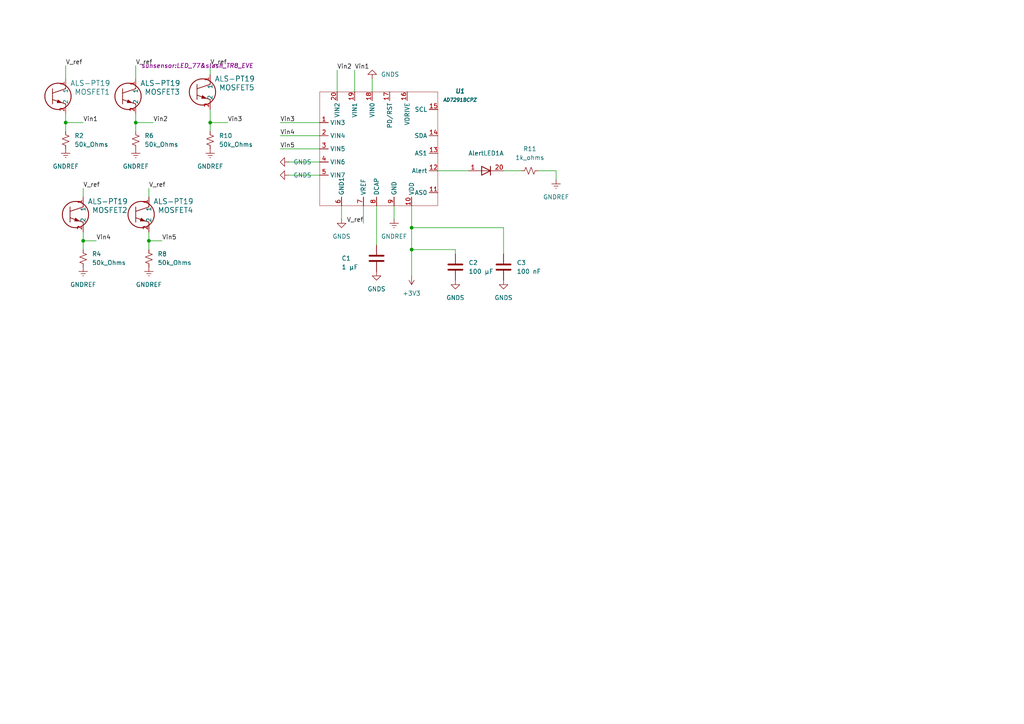
<source format=kicad_sch>
(kicad_sch (version 20211123) (generator eeschema)
  (paper "A4")
  (lib_symbols
    (symbol "4xxx:ALS-PT19-315C_L177_TR8" (pin_names (offset 0.254))
      (property "Reference" "MOSFET" (at 2.54 -2.54 0))
      (property "Value" "ALS-PT19-315C_L177_TR8" (at 2.54 -7.62 0))
      (symbol "ALS-PT19-315C_L177_TR8_0_1"
        (circle (center -2.2352 -5.08) (radius 3.81) (stroke (width 0.254)))
        (polyline (pts (xy -3.81 -7.2898) (xy -3.81 -2.8702)) (stroke (width 0.2032)))
        (polyline (pts (xy -3.81 -6.0198) (xy 0 -7.2898)) (stroke (width 0.2032)))
        (polyline (pts (xy -3.81 -4.1402) (xy 0 -2.8702)) (stroke (width 0.2032)))
        (polyline (pts (xy 0 -7.62) (xy 0 -7.2898)) (stroke (width 0.2032)))
        (polyline (pts (xy 0 -2.8702) (xy 0 -2.54)) (stroke (width 0.2032)))
        (polyline (pts (xy -2.2352 -6.0198) (xy -2.54 -6.985) (xy -0.9652 -6.985)) (stroke (width 0.0254)) (fill (type outline)))
        (pin unspecified line (at 0 0 270) (length 2.54) (name "1") (number "1"))
        (pin unspecified line (at 0 -10.16 90) (length 2.54) (name "2") (number "2"))
      )
    )
    (symbol "Analog_ADC:AD7291BCPZ"
      (property "Reference" "U" (at 3.81 -7.62 0))
      (property "Value" "AD7291BCPZ" (at 3.81 -5.08 0))
      (symbol "AD7291BCPZ_0_1"
        (rectangle (start -12.7 8.89) (end 21.59 -24.13) (stroke (width 0.1)))
      )
      (symbol "AD7291BCPZ_1_1"
        (pin input line (at -12.7 0 0) (length 2.54) (name "VIN3") (number "1"))
        (pin input line (at 13.97 -24.13 90) (length 2.54) (name "VDD") (number "10"))
        (pin input line (at 21.59 -20.32 180) (length 2.54) (name "AS0") (number "11"))
        (pin output line (at 21.59 -13.97 180) (length 2.54) (name "Alert") (number "12"))
        (pin input line (at 21.59 -8.89 180) (length 2.54) (name "AS1") (number "13"))
        (pin bidirectional line (at 21.59 -3.81 180) (length 2.54) (name "SDA") (number "14"))
        (pin input line (at 21.59 3.81 180) (length 2.54) (name "SCL") (number "15"))
        (pin input line (at 12.7 8.89 270) (length 2.54) (name "VDRIVE") (number "16"))
        (pin input line (at 7.62 8.89 270) (length 2.54) (name "PD/RST") (number "17"))
        (pin input line (at 2.54 8.89 270) (length 2.54) (name "VIN0") (number "18"))
        (pin input line (at -2.54 8.89 270) (length 2.54) (name "VIN1") (number "19"))
        (pin input line (at -12.7 -3.81 0) (length 2.54) (name "VIN4") (number "2"))
        (pin input line (at -7.62 8.89 270) (length 2.54) (name "VIN2") (number "20"))
        (pin input line (at -12.7 -7.62 0) (length 2.54) (name "VIN5") (number "3"))
        (pin input line (at -12.7 -11.43 0) (length 2.54) (name "VIN6") (number "4"))
        (pin input line (at -12.7 -15.24 0) (length 2.54) (name "VIN7") (number "5"))
        (pin input line (at -6.35 -24.13 90) (length 2.54) (name "GND1") (number "6"))
        (pin input line (at 0 -24.13 90) (length 2.54) (name "VREF") (number "7"))
        (pin input line (at 3.81 -24.13 90) (length 2.54) (name "DCAP") (number "8"))
        (pin input line (at 8.89 -24.13 90) (length 2.54) (name "GND") (number "9"))
      )
    )
    (symbol "Device:50k_Ohms" (pin_numbers hide) (pin_names (offset 0.254) hide)
      (property "Reference" "R" (at 0.762 0.508 0))
      (property "Value" "50k_Ohms" (at 1.27 -1.27 0))
      (symbol "50k_Ohms_1_1"
        (polyline (pts (xy 0 0) (xy 1.016 -0.381) (xy 0 -0.762) (xy -1.016 -1.143) (xy 0 -1.524)))
        (polyline (pts (xy 0 1.524) (xy 1.016 1.143) (xy 0 0.762) (xy -1.016 0.381) (xy 0 0)))
        (pin passive line (at 0 2.54 270) (length 1.016) (name "~") (number "1"))
        (pin passive line (at 0 -2.54 90) (length 1.016) (name "~") (number "2"))
      )
    )
    (symbol "Device:C" (pin_numbers hide) (pin_names (offset 0.254))
      (property "Reference" "C" (at 0.635 2.54 0))
      (property "Value" "C" (at 0.635 -2.54 0))
      (symbol "C_0_1"
        (polyline (pts (xy -2.032 -0.762) (xy 2.032 -0.762)) (stroke (width 0.508)))
        (polyline (pts (xy -2.032 0.762) (xy 2.032 0.762)) (stroke (width 0.508)))
      )
      (symbol "C_1_1"
        (pin passive line (at 0 3.81 270) (length 2.794) (name "~") (number "1"))
        (pin passive line (at 0 -3.81 90) (length 2.794) (name "~") (number "2"))
      )
    )
    (symbol "LED:HDSP-4836" (pin_names (offset 1.016) hide)
      (property "Reference" "BAR" (at 0 3.81 0))
      (property "Value" "HDSP-4836" (at 0 -3.81 0))
      (symbol "HDSP-4836_0_1"
        (polyline (pts (xy -2.54 0) (xy 2.54 0)))
        (polyline (pts (xy 1.27 -1.27) (xy 1.27 1.27)) (stroke (width 0.254)))
        (polyline (pts (xy -1.27 1.27) (xy -1.27 -1.27) (xy 1.27 0) (xy -1.27 1.27)) (stroke (width 0.254)))
      )
      (symbol "HDSP-4836_1_1"
        (pin passive line (at -5.08 0 0) (length 2.54) (name "A") (number "1"))
        (pin passive line (at 5.08 0 180) (length 2.54) (name "K") (number "20"))
      )
      (symbol "HDSP-4836_2_1"
        (pin passive line (at 5.08 0 180) (length 2.54) (name "K") (number "19"))
        (pin passive line (at -5.08 0 0) (length 2.54) (name "A") (number "2"))
      )
      (symbol "HDSP-4836_3_1"
        (pin passive line (at 5.08 0 180) (length 2.54) (name "K") (number "18"))
        (pin passive line (at -5.08 0 0) (length 2.54) (name "A") (number "3"))
      )
      (symbol "HDSP-4836_4_1"
        (pin passive line (at 5.08 0 180) (length 2.54) (name "K") (number "17"))
        (pin passive line (at -5.08 0 0) (length 2.54) (name "A") (number "4"))
      )
      (symbol "HDSP-4836_5_1"
        (pin passive line (at 5.08 0 180) (length 2.54) (name "K") (number "16"))
        (pin passive line (at -5.08 0 0) (length 2.54) (name "A") (number "5"))
      )
      (symbol "HDSP-4836_6_1"
        (pin passive line (at 5.08 0 180) (length 2.54) (name "K") (number "15"))
        (pin passive line (at -5.08 0 0) (length 2.54) (name "A") (number "6"))
      )
      (symbol "HDSP-4836_7_1"
        (pin passive line (at 5.08 0 180) (length 2.54) (name "K") (number "14"))
        (pin passive line (at -5.08 0 0) (length 2.54) (name "A") (number "7"))
      )
      (symbol "HDSP-4836_8_1"
        (pin passive line (at 5.08 0 180) (length 2.54) (name "K") (number "13"))
        (pin passive line (at -5.08 0 0) (length 2.54) (name "A") (number "8"))
      )
      (symbol "HDSP-4836_9_1"
        (pin passive line (at 5.08 0 180) (length 2.54) (name "K") (number "12"))
        (pin passive line (at -5.08 0 0) (length 2.54) (name "A") (number "9"))
      )
      (symbol "HDSP-4836_10_1"
        (pin passive line (at -5.08 0 0) (length 2.54) (name "A") (number "10"))
        (pin passive line (at 5.08 0 180) (length 2.54) (name "K") (number "11"))
      )
    )
    (symbol "power:+3.3V" (power) (pin_names (offset 0))
      (property "Value" "+3.3V" (at 0 3.556 0))
      (symbol "+3.3V_0_1"
        (polyline (pts (xy -0.762 1.27) (xy 0 2.54)))
        (polyline (pts (xy 0 0) (xy 0 2.54)))
        (polyline (pts (xy 0 2.54) (xy 0.762 1.27)))
      )
      (symbol "+3.3V_1_1"
        (pin power_in line (at 0 0 90) (length 0) hide (name "+3V3") (number "1"))
      )
    )
    (symbol "power:GNDREF" (power) (pin_names (offset 0))
      (property "Value" "GNDREF" (at 0 -3.81 0))
      (symbol "GNDREF_0_1"
        (polyline (pts (xy -0.635 -1.905) (xy 0.635 -1.905)))
        (polyline (pts (xy -0.127 -2.54) (xy 0.127 -2.54)))
        (polyline (pts (xy 0 -1.27) (xy 0 0)))
        (polyline (pts (xy 1.27 -1.27) (xy -1.27 -1.27)))
      )
      (symbol "GNDREF_1_1"
        (pin power_in line (at 0 0 270) (length 0) hide (name "GNDREF") (number "1"))
      )
    )
    (symbol "power:GNDS" (power) (pin_names (offset 0))
      (property "Value" "GNDS" (at 0 -3.81 0))
      (symbol "GNDS_0_1"
        (polyline (pts (xy 0 0) (xy 0 -1.27) (xy 1.27 -1.27) (xy 0 -2.54) (xy -1.27 -1.27) (xy 0 -1.27)))
      )
      (symbol "GNDS_1_1"
        (pin power_in line (at 0 0 270) (length 0) hide (name "GNDS") (number "1"))
      )
    )
  )
  (junction (at 119.38 66.04))
  (junction (at 43.18 69.85))
  (junction (at 119.38 72.39))
  (junction (at 39.37 35.56))
  (junction (at 60.96 35.56))
  (junction (at 24.13 69.85))
  (junction (at 19.05 35.56))
  (wire (pts (xy 39.37 35.56) (xy 39.37 38.1)))
  (wire (pts (xy 39.37 35.56) (xy 44.45 35.56)))
  (wire (pts (xy 43.18 67.31) (xy 43.18 69.85)))
  (wire (pts (xy 102.87 20.32) (xy 102.87 26.67)))
  (wire (pts (xy 24.13 69.85) (xy 27.94 69.85)))
  (wire (pts (xy 24.13 69.85) (xy 24.13 72.39)))
  (wire (pts (xy 161.29 49.53) (xy 161.29 52.07)))
  (wire (pts (xy 119.38 59.69) (xy 119.38 66.04)))
  (wire (pts (xy 99.06 59.69) (xy 99.06 63.5)))
  (wire (pts (xy 60.96 35.56) (xy 66.04 35.56)))
  (wire (pts (xy 146.05 49.53) (xy 151.13 49.53)))
  (wire (pts (xy 24.13 67.31) (xy 24.13 69.85)))
  (wire (pts (xy 43.18 69.85) (xy 43.18 72.39)))
  (wire (pts (xy 107.95 22.86) (xy 107.95 26.67)))
  (wire (pts (xy 60.96 31.75) (xy 60.96 35.56)))
  (wire (pts (xy 43.18 69.85) (xy 46.99 69.85)))
  (wire (pts (xy 19.05 33.02) (xy 19.05 35.56)))
  (wire (pts (xy 19.05 35.56) (xy 24.13 35.56)))
  (wire (pts (xy 146.05 66.04) (xy 146.05 73.66)))
  (wire (pts (xy 24.13 54.61) (xy 24.13 57.15)))
  (wire (pts (xy 60.96 19.05) (xy 60.96 21.59)))
  (wire (pts (xy 43.18 54.61) (xy 43.18 57.15)))
  (wire (pts (xy 39.37 33.02) (xy 39.37 35.56)))
  (wire (pts (xy 39.37 19.05) (xy 39.37 22.86)))
  (wire (pts (xy 105.41 59.69) (xy 105.41 64.77)))
  (wire (pts (xy 83.82 50.8) (xy 92.71 50.8)))
  (wire (pts (xy 114.3 59.69) (xy 114.3 63.5)))
  (wire (pts (xy 81.28 39.37) (xy 92.71 39.37)))
  (wire (pts (xy 132.08 72.39) (xy 132.08 73.66)))
  (wire (pts (xy 19.05 19.05) (xy 19.05 22.86)))
  (wire (pts (xy 97.79 20.32) (xy 97.79 26.67)))
  (wire (pts (xy 81.28 35.56) (xy 92.71 35.56)))
  (wire (pts (xy 156.21 49.53) (xy 161.29 49.53)))
  (wire (pts (xy 109.22 59.69) (xy 109.22 71.12)))
  (wire (pts (xy 83.82 46.99) (xy 92.71 46.99)))
  (wire (pts (xy 19.05 35.56) (xy 19.05 38.1)))
  (wire (pts (xy 81.28 43.18) (xy 92.71 43.18)))
  (wire (pts (xy 119.38 66.04) (xy 146.05 66.04)))
  (wire (pts (xy 119.38 66.04) (xy 119.38 72.39)))
  (wire (pts (xy 60.96 35.56) (xy 60.96 38.1)))
  (wire (pts (xy 119.38 72.39) (xy 119.38 80.01)))
  (wire (pts (xy 119.38 72.39) (xy 132.08 72.39)))
  (wire (pts (xy 127 49.53) (xy 135.89 49.53)))
  (label "Vin4" (at 81.28 39.37 0))
  (label "Vin5" (at 46.99 69.85 0))
  (label "Vin2" (at 44.45 35.56 0))
  (label "Vin4" (at 27.94 69.85 0))
  (label "Vin2" (at 97.79 20.32 0))
  (label "V_ref" (at 24.13 54.61 0))
  (label "V_ref" (at 105.41 64.77 180))
  (label "Vin1" (at 102.87 20.32 0))
  (label "Vin1" (at 24.13 35.56 0))
  (label "V_ref" (at 39.37 19.05 0))
  (label "V_ref" (at 43.18 54.61 0))
  (label "Vin3" (at 81.28 35.56 0))
  (label "V_ref" (at 60.96 19.05 0))
  (label "Vin3" (at 66.04 35.56 0))
  (label "Vin5" (at 81.28 43.18 0))
  (label "V_ref" (at 19.05 19.05 0))
  (symbol (lib_id "power:GNDS") (at 99.06 63.5 0) (unit 1)
    (property "Reference" "#PWR01" (effects hide))
    (property "Value" "GNDS" (at 99.06 68.58 0))
  )
  (symbol (lib_id "Analog_ADC:AD7291BCPZ") (at 105.41 35.56 0) (unit 1)
    (property "Reference" "U1" (at 133.35 26.4412 0) (effects (font bold italic)))
    (property "Value" "AD7291BCPZ" (at 133.35 28.9813 0) (effects (font (size 1 1) bold italic)))
    (property "Footprint" "sunsensor:QFN50P400X400X100-21N" (effects hide))
  )
  (symbol (lib_id "power:GNDREF") (at 39.37 43.18 0) (unit 1)
    (property "Reference" "#PWR05" (effects hide))
    (property "Value" "GNDREF" (at 39.37 48.26 0))
  )
  (symbol (lib_id "Device:C") (at 109.22 74.93 0) (unit 1)
    (property "Reference" "C1" (at 99.06 74.93 0) (effects (justify left)))
    (property "Value" "1 µF" (at 99.06 77.47 0) (effects (justify left)))
    (property "Footprint" "sunsensor:CAPC1005X60N" (effects hide))
  )
  (symbol (lib_id "4xxx:ALS-PT19-315C_L177_TR8") (at 60.96 21.59 0) (unit 1)
    (property "Reference" "MOSFET5" (at 63.5 25.4 0) (effects (font (size 1.524 1.524)) (justify left)))
    (property "Value" "ALS-PT19" (at 62.23 22.86 0) (effects (font (size 1.524 1.524)) (justify left)))
    (property "Footprint" "sunsensor:LED_77&slash_TR8_EVE" (at 57.15 19.05 0) (effects (font italic)))
    (property "Datasheet" "ALS-PT19-315C/L177/TR8" (effects hide))
  )
  (symbol (lib_id "4xxx:ALS-PT19-315C_L177_TR8") (at 24.13 57.15 0) (unit 1)
    (property "Reference" "MOSFET2" (at 26.67 60.96 0) (effects (font (size 1.524 1.524)) (justify left)))
    (property "Value" "ALS-PT19" (at 25.4 58.42 0) (effects (font (size 1.524 1.524)) (justify left)))
    (property "Footprint" "sunsensor:LED_77&slash_TR8_EVE" (effects hide))
    (property "Datasheet" "ALS-PT19-315C/L177/TR8" (effects hide))
  )
  (symbol (lib_id "power:GNDS") (at 83.82 50.8 270) (unit 1)
    (property "Reference" "#PWR09" (effects hide))
    (property "Value" "GNDS" (at 85.09 50.7999 90) (effects (justify left)))
  )
  (symbol (lib_id "Device:50k_Ohms") (at 43.18 74.93 0) (unit 1)
    (property "Reference" "R8" (at 45.72 73.6599 0) (effects (justify left)))
    (property "Value" "50k_Ohms" (at 45.72 76.1999 0) (effects (justify left)))
    (property "Footprint" "sunsensor:RESC3116X65N" (effects hide))
  )
  (symbol (lib_id "power:GNDS") (at 146.05 81.28 0) (unit 1)
    (property "Reference" "#PWR018" (effects hide))
    (property "Value" "GNDS" (at 146.05 86.36 0))
  )
  (symbol (lib_id "4xxx:ALS-PT19-315C_L177_TR8") (at 43.18 57.15 0) (unit 1)
    (property "Reference" "MOSFET4" (at 45.72 60.96 0) (effects (font (size 1.524 1.524)) (justify left)))
    (property "Value" "ALS-PT19" (at 44.45 58.42 0) (effects (font (size 1.524 1.524)) (justify left)))
    (property "Footprint" "sunsensor:LED_77&slash_TR8_EVE" (effects hide))
    (property "Datasheet" "ALS-PT19-315C/L177/TR8" (effects hide))
  )
  (symbol (lib_id "Device:C") (at 132.08 77.47 0) (unit 1)
    (property "Reference" "C2" (at 135.89 76.1999 0) (effects (justify left)))
    (property "Value" "100 µF" (at 135.89 78.7399 0) (effects (justify left)))
    (property "Footprint" "sunsensor:CAPC3216X190N" (effects hide))
  )
  (symbol (lib_id "power:GNDREF") (at 161.29 52.07 0) (unit 1)
    (property "Reference" "#PWR021" (effects hide))
    (property "Value" "GNDREF" (at 161.29 57.15 0))
  )
  (symbol (lib_id "power:+3.3V") (at 119.38 80.01 180) (unit 1)
    (property "Reference" "#PWR014" (effects hide))
    (property "Value" "+3.3V" (at 119.38 85.09 0))
  )
  (symbol (lib_id "power:GNDS") (at 109.22 78.74 0) (unit 1)
    (property "Reference" "#PWR011" (effects hide))
    (property "Value" "GNDS" (at 109.22 83.82 0))
  )
  (symbol (lib_id "Device:50k_Ohms") (at 60.96 40.64 0) (unit 1)
    (property "Reference" "R10" (at 63.5 39.3699 0) (effects (justify left)))
    (property "Value" "50k_Ohms" (at 63.5 41.9099 0) (effects (justify left)))
    (property "Footprint" "sunsensor:RESC3116X65N" (effects hide))
  )
  (symbol (lib_id "power:GNDREF") (at 43.18 77.47 0) (unit 1)
    (property "Reference" "#PWR06" (effects hide))
    (property "Value" "GNDREF" (at 43.18 82.55 0))
  )
  (symbol (lib_id "4xxx:ALS-PT19-315C_L177_TR8") (at 39.37 22.86 0) (unit 1)
    (property "Reference" "MOSFET3" (at 41.91 26.67 0) (effects (font (size 1.524 1.524)) (justify left)))
    (property "Value" "ALS-PT19" (at 40.64 24.13 0) (effects (font (size 1.524 1.524)) (justify left)))
    (property "Footprint" "sunsensor:LED_77&slash_TR8_EVE" (effects hide))
    (property "Datasheet" "ALS-PT19-315C/L177/TR8" (effects hide))
  )
  (symbol (lib_id "LED:HDSP-4836") (at 140.97 49.53 0) (unit 1)
    (property "Reference" "AlertLED1" (at 140.97 44.45 0))
    (property "Value" " " (at 140.97 45.72 0))
    (property "Footprint" "sunsensor:LED_77&slash_TR8_EVE" (effects hide))
    (property "Datasheet" "https://docs.broadcom.com/docs/AV02-1798EN" (effects hide))
  )
  (symbol (lib_id "Device:50k_Ohms") (at 24.13 74.93 0) (unit 1)
    (property "Reference" "R4" (at 26.67 73.6599 0) (effects (justify left)))
    (property "Value" "50k_Ohms" (at 26.67 76.1999 0) (effects (justify left)))
    (property "Footprint" "sunsensor:RESC3116X65N" (effects hide))
  )
  (symbol (lib_id "power:GNDS") (at 83.82 46.99 270) (unit 1)
    (property "Reference" "#PWR08" (effects hide))
    (property "Value" "GNDS" (at 85.09 46.9899 90) (effects (justify left)))
  )
  (symbol (lib_id "power:GNDS") (at 132.08 81.28 0) (unit 1)
    (property "Reference" "#PWR017" (effects hide))
    (property "Value" "GNDS" (at 132.08 86.36 0))
  )
  (symbol (lib_id "Device:50k_Ohms") (at 153.67 49.53 90) (unit 1)
    (property "Reference" "R11" (at 153.67 43.18 90))
    (property "Value" "1k_ohms" (at 153.67 45.72 90))
    (property "Footprint" "sunsensor:RESC3216X75N" (effects hide))
  )
  (symbol (lib_id "power:GNDREF") (at 24.13 77.47 0) (unit 1)
    (property "Reference" "#PWR04" (effects hide))
    (property "Value" "GNDREF" (at 24.13 82.55 0))
  )
  (symbol (lib_id "Device:50k_Ohms") (at 39.37 40.64 0) (unit 1)
    (property "Reference" "R6" (at 41.91 39.3699 0) (effects (justify left)))
    (property "Value" "50k_Ohms" (at 41.91 41.91 0) (effects (justify left)))
    (property "Footprint" "sunsensor:RESC3116X65N" (effects hide))
  )
  (symbol (lib_id "power:GNDS") (at 107.95 22.86 180) (unit 1)
    (property "Reference" "#PWR010" (effects hide))
    (property "Value" "GNDS" (at 110.49 21.5899 0) (effects (justify right)))
  )
  (symbol (lib_id "power:GNDREF") (at 114.3 63.5 0) (unit 1)
    (property "Reference" "#PWR02" (effects hide))
    (property "Value" "GNDREF" (at 114.3 68.58 0))
  )
  (symbol (lib_id "Device:50k_Ohms") (at 19.05 40.64 0) (unit 1)
    (property "Reference" "R2" (at 21.59 39.3699 0) (effects (justify left)))
    (property "Value" "50k_Ohms" (at 21.59 41.9099 0) (effects (justify left)))
    (property "Footprint" "sunsensor:RESC3116X65N" (effects hide))
  )
  (symbol (lib_id "power:GNDREF") (at 60.96 43.18 0) (unit 1)
    (property "Reference" "#PWR07" (effects hide))
    (property "Value" "GNDREF" (at 60.96 48.26 0))
  )
  (symbol (lib_id "Device:C") (at 146.05 77.47 0) (unit 1)
    (property "Reference" "C3" (at 149.86 76.1999 0) (effects (justify left)))
    (property "Value" "100 nF" (at 149.86 78.7399 0) (effects (justify left)))
    (property "Footprint" "sunsensor:CAPC1005X55N" (effects hide))
  )
  (symbol (lib_id "4xxx:ALS-PT19-315C_L177_TR8") (at 19.05 22.86 0) (unit 1)
    (property "Reference" "MOSFET1" (at 21.59 26.67 0) (effects (font (size 1.524 1.524)) (justify left)))
    (property "Value" "ALS-PT19" (at 20.32 24.13 0) (effects (font (size 1.524 1.524)) (justify left)))
    (property "Footprint" "sunsensor:LED_77&slash_TR8_EVE" (effects hide))
    (property "Datasheet" "ALS-PT19-315C/L177/TR8" (effects hide))
  )
  (symbol (lib_id "power:GNDREF") (at 19.05 43.18 0) (unit 1)
    (property "Reference" "#PWR03" (effects hide))
    (property "Value" "GNDREF" (at 19.05 48.26 0))
  )
)
</source>
